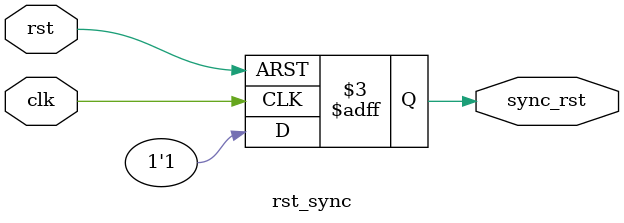
<source format=v>
module rst_sync (clk,rst,sync_rst);

input      clk;
input      rst;
output reg sync_rst;

always @(posedge clk, negedge rst)
begin
   if(~rst)
   begin
      sync_rst <= 1'b0;
   end
   else
   begin
      sync_rst <= 1'b1;            
   end
end

endmodule

</source>
